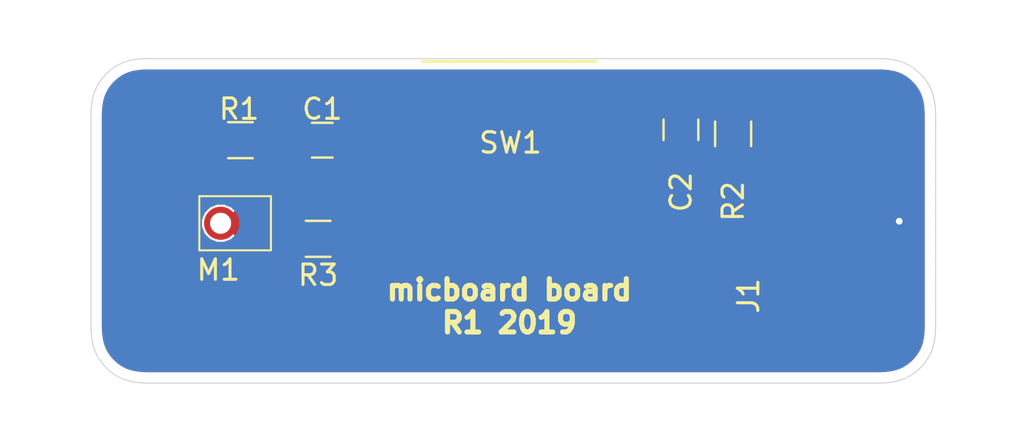
<source format=kicad_pcb>
(kicad_pcb (version 20171130) (host pcbnew "(5.0.2-4-gb601aea34)")
  (layers (0 F.Cu signal) (31 B.Cu signal) (34 B.Paste user) (35 F.Paste user) (36 B.SilkS user) (37 F.SilkS user) (38 B.Mask user) (39 F.Mask user) (44 Edge.Cuts user))
  (net 0 "")
  (net 1 "Net-(C1-Pad2)")
  (net 2 "Net-(C1-Pad1)")
  (net 3 "Net-(M1-Pad5)")
  (net 4 GND)
  (net 5 +5V)
  (module mic_switch:G3B15AH-R-YA (layer F.Cu) (at 154.432 90.424 270)
    (fp_text reference SW1 (at 0.127 -0.0508) (layer F.SilkS))
    (fp_text value SW_Push_SPDT)
    (fp_line (start -3.85 -4.2545) (end -3.85 4.2545) (layer F.SilkS) (width 0.15))
    (pad 4 smd rect (at -1.905 -4.8768 270) (size 1.0922 1.5494) (layers F.Cu F.Paste F.Mask) (net 4 GND))
    (pad 4 smd rect (at 1.905 -4.8768 270) (size 1.0922 1.5494) (layers F.Cu F.Paste F.Mask) (net 4 GND))
    (pad 4 smd rect (at -1.905 4.8768 270) (size 1.0922 1.5494) (layers F.Cu F.Paste F.Mask) (net 4 GND))
    (pad 3 smd rect (at 3.8481 -1.905 270) (size 1.7018 0.7112) (layers F.Cu F.Paste F.Mask))
    (pad 2 smd rect (at 3.8481 0.635 270) (size 1.7018 0.7112) (layers F.Cu F.Paste F.Mask) (net 4 GND))
    (pad 1 smd rect (at 3.8481 3.175 270) (size 1.7018 0.7112) (layers F.Cu F.Paste F.Mask) (net 2 "Net-(C1-Pad1)"))
    (pad 4 smd rect (at 1.905 4.8768 270) (size 1.0922 1.5494) (layers F.Cu F.Paste F.Mask) (net 4 GND))
  )
  (module mic_switch:SPH6611LR5H-1 (layer F.Cu) (at 140.32 94.488 270)
    (fp_text reference M1 (at 2.286 0.112) (layer F.SilkS))
    (fp_text value SPH6611LR5H-1)
    (fp_line (start -1.325 -2.46) (end 1.325 -2.46) (layer F.SilkS) (width 0.1))
    (fp_line (start 1.325 -2.46) (end 1.325 1.04) (layer F.SilkS) (width 0.1))
    (fp_line (start 1.325 1.04) (end -1.325 1.04) (layer F.SilkS) (width 0.1))
    (fp_line (start -1.325 1.04) (end -1.325 -2.46) (layer F.SilkS) (width 0.1))
    (pad 1 smd rect (at -0.8375 -2.074 270) (size 0.725 0.522) (layers F.Cu F.Paste F.Mask) (net 1 "Net-(C1-Pad2)"))
    (pad 2 smd rect (at -0.8375 -1.252 270) (size 0.725 0.522) (layers F.Cu F.Paste F.Mask) (net 4 GND))
    (pad 4 smd rect (at 0.8375 -1.252 270) (size 0.725 0.522) (layers F.Cu F.Paste F.Mask) (net 4 GND))
    (pad 5 smd rect (at 0.8375 -2.074 270) (size 0.725 0.522) (layers F.Cu F.Paste F.Mask) (net 3 "Net-(M1-Pad5)"))
    (pad 3 smd custom (at 0 -0.65 270) (size 0.25 0.25) (layers F.Cu F.Mask) (net 4 GND) (options (clearance outline) (anchor circle)) (primitives (gr_circle (center 0 0.65) (end 0.6625 0.65) (width 0.3))))
    (pad "" np_thru_hole circle (at 0 0 270) (size 0.8 0.8) (drill 0.8) (layers *.Cu *.Mask))
  )
  (module Capacitors_SMD:C_0805 (layer F.Cu) (at 145.288 90.424 180)
    (fp_text reference C1 (at 0 1.524) (layer F.SilkS))
    (fp_text value 0.12uF)
    (fp_line (start -0.5 0.85) (end 0.5 0.85) (layer F.SilkS) (width 0.12))
    (fp_line (start 0.5 -0.85) (end -0.5 -0.85) (layer F.SilkS) (width 0.12))
    (pad 2 smd rect (at 1 0 180) (size 1 1.25) (layers F.Cu F.Paste F.Mask) (net 1 "Net-(C1-Pad2)"))
    (pad 1 smd rect (at -1 0 180) (size 1 1.25) (layers F.Cu F.Paste F.Mask) (net 2 "Net-(C1-Pad1)"))
  )
  (module Capacitors_SMD:C_0805 (layer F.Cu) (at 162.814 89.916 90)
    (fp_text reference C2 (at -3.048 0 270) (layer F.SilkS))
    (fp_text value 150pF)
    (fp_line (start 0.5 -0.85) (end -0.5 -0.85) (layer F.SilkS) (width 0.12))
    (fp_line (start -0.5 0.85) (end 0.5 0.85) (layer F.SilkS) (width 0.12))
    (pad 1 smd rect (at -1 0 90) (size 1 1.25) (layers F.Cu F.Paste F.Mask) (net 2 "Net-(C1-Pad1)"))
    (pad 2 smd rect (at 1 0 90) (size 1 1.25) (layers F.Cu F.Paste F.Mask) (net 4 GND))
  )
  (module Resistors_SMD:R_0805 (layer F.Cu) (at 141.29 90.424 180)
    (fp_text reference R1 (at 0.066 1.524) (layer F.SilkS))
    (fp_text value 20k)
    (fp_line (start -0.6 -0.88) (end 0.6 -0.88) (layer F.SilkS) (width 0.12))
    (fp_line (start 0.6 0.88) (end -0.6 0.88) (layer F.SilkS) (width 0.12))
    (pad 2 smd rect (at 0.95 0 180) (size 0.7 1.3) (layers F.Cu F.Paste F.Mask) (net 4 GND))
    (pad 1 smd rect (at -0.95 0 180) (size 0.7 1.3) (layers F.Cu F.Paste F.Mask) (net 1 "Net-(C1-Pad2)"))
  )
  (module Resistors_SMD:R_0805 (layer F.Cu) (at 165.364 90.115 90)
    (fp_text reference R2 (at -3.302 0 270) (layer F.SilkS))
    (fp_text value 100k)
    (fp_line (start 0.6 0.88) (end -0.6 0.88) (layer F.SilkS) (width 0.12))
    (fp_line (start -0.6 -0.88) (end 0.6 -0.88) (layer F.SilkS) (width 0.12))
    (pad 1 smd rect (at -0.95 0 90) (size 0.7 1.3) (layers F.Cu F.Paste F.Mask) (net 2 "Net-(C1-Pad1)"))
    (pad 2 smd rect (at 0.95 0 90) (size 0.7 1.3) (layers F.Cu F.Paste F.Mask) (net 4 GND))
  )
  (module Resistors_SMD:R_0805 (layer F.Cu) (at 145.085 95.25 180)
    (fp_text reference R3 (at 0 -1.778) (layer F.SilkS))
    (fp_text value 20k)
    (fp_line (start -0.6 -0.88) (end 0.6 -0.88) (layer F.SilkS) (width 0.12))
    (fp_line (start 0.6 0.88) (end -0.6 0.88) (layer F.SilkS) (width 0.12))
    (pad 2 smd rect (at 0.95 0 180) (size 0.7 1.3) (layers F.Cu F.Paste F.Mask) (net 3 "Net-(M1-Pad5)"))
    (pad 1 smd rect (at -0.95 0 180) (size 0.7 1.3) (layers F.Cu F.Paste F.Mask) (net 5 +5V))
  )
  (module mic_switch:SMT-CON (layer F.Cu) (at 169.926 94.234)
    (fp_text reference J1 (at -3.81 3.81 90) (layer F.SilkS))
    (fp_text value Conn_01x03)
    (pad 3 smd rect (at 0 -3.5) (size 5 3) (layers F.Cu F.Mask) (net 2 "Net-(C1-Pad1)"))
    (pad 2 smd rect (at 0 0) (size 5 3) (layers F.Cu F.Mask) (net 5 +5V))
    (pad 1 smd rect (at 0 3.5) (size 5 3) (layers F.Cu F.Mask) (net 4 GND))
  )
  (module mic_switch:art.r1 (layer B.Cu) (at 161.29 94.388 270)
    (fp_text reference G*** hide)
    (fp_text value LOGO hide)
  )
  (gr_line (start 175.26 98.055316) (end 175.26 98.420582) (layer Edge.Cuts) (width 0.05))
  (gr_line (start 175.26 97.587501) (end 175.26 98.055316) (layer Edge.Cuts) (width 0.05))
  (gr_line (start 175.26 97.006792) (end 175.26 97.587501) (layer Edge.Cuts) (width 0.05))
  (gr_line (start 175.26 96.331068) (end 175.26 97.006792) (layer Edge.Cuts) (width 0.05))
  (gr_line (start 175.26 95.587169) (end 175.26 96.331068) (layer Edge.Cuts) (width 0.05))
  (gr_line (start 175.26 94.801934) (end 175.26 95.587169) (layer Edge.Cuts) (width 0.05))
  (gr_line (start 134.238208 87.873991) (end 134.329954 87.699381) (layer Edge.Cuts) (width 0.05))
  (gr_line (start 134.163718 88.052961) (end 134.238208 87.873991) (layer Edge.Cuts) (width 0.05))
  (gr_line (start 134.105487 88.233751) (end 134.163718 88.052961) (layer Edge.Cuts) (width 0.05))
  (gr_line (start 134.061517 88.413425) (end 134.105487 88.233751) (layer Edge.Cuts) (width 0.05))
  (gr_line (start 134.029803 88.589043) (end 134.061517 88.413425) (layer Edge.Cuts) (width 0.05))
  (gr_line (start 134.008345 88.757668) (end 134.029803 88.589043) (layer Edge.Cuts) (width 0.05))
  (gr_line (start 133.995138 88.916362) (end 134.008345 88.757668) (layer Edge.Cuts) (width 0.05))
  (gr_line (start 133.988181 89.062185) (end 133.995138 88.916362) (layer Edge.Cuts) (width 0.05))
  (gr_line (start 133.985469 89.192199) (end 133.988181 89.062185) (layer Edge.Cuts) (width 0.05))
  (gr_line (start 133.985001 89.303466) (end 133.985469 89.192199) (layer Edge.Cuts) (width 0.05))
  (gr_line (start 133.985 89.395186) (end 133.985001 89.303466) (layer Edge.Cuts) (width 0.05))
  (gr_line (start 133.985 89.478858) (end 133.985 89.395186) (layer Edge.Cuts) (width 0.05))
  (gr_line (start 133.985 89.570366) (end 133.985 89.478858) (layer Edge.Cuts) (width 0.05))
  (gr_line (start 133.985 89.685604) (end 133.985 89.570366) (layer Edge.Cuts) (width 0.05))
  (gr_line (start 133.985 89.840461) (end 133.985 89.685604) (layer Edge.Cuts) (width 0.05))
  (gr_line (start 133.985 90.050828) (end 133.985 89.840461) (layer Edge.Cuts) (width 0.05))
  (gr_line (start 133.985 90.332598) (end 133.985 90.050828) (layer Edge.Cuts) (width 0.05))
  (gr_line (start 133.985 90.701661) (end 133.985 90.332598) (layer Edge.Cuts) (width 0.05))
  (gr_line (start 133.985 91.173909) (end 133.985 90.701661) (layer Edge.Cuts) (width 0.05))
  (gr_line (start 175.26 98.907033) (end 175.26 99.06) (layer Edge.Cuts) (width 0.05))
  (gr_line (start 175.26 98.69919) (end 175.26 98.907033) (layer Edge.Cuts) (width 0.05))
  (gr_line (start 175.26 98.420582) (end 175.26 98.69919) (layer Edge.Cuts) (width 0.05))
  (gr_line (start 172.237607 102.307669) (end 172.085754 102.307669) (layer Edge.Cuts) (width 0.05))
  (gr_line (start 172.339146 102.307669) (end 172.237607 102.307669) (layer Edge.Cuts) (width 0.05))
  (gr_line (start 172.440086 102.307597) (end 172.339146 102.307669) (layer Edge.Cuts) (width 0.05))
  (gr_line (start 172.560719 102.306302) (end 172.440086 102.307597) (layer Edge.Cuts) (width 0.05))
  (gr_line (start 172.698688 102.301802) (end 172.560719 102.306302) (layer Edge.Cuts) (width 0.05))
  (gr_line (start 154.56377 102.307669) (end 151.644658 102.307669) (layer Edge.Cuts) (width 0.05))
  (gr_line (start 157.484851 102.307669) (end 154.56377 102.307669) (layer Edge.Cuts) (width 0.05))
  (gr_line (start 160.309482 102.307669) (end 157.484851 102.307669) (layer Edge.Cuts) (width 0.05))
  (gr_line (start 162.939247 102.307669) (end 160.309482 102.307669) (layer Edge.Cuts) (width 0.05))
  (gr_line (start 165.275729 102.307669) (end 162.939247 102.307669) (layer Edge.Cuts) (width 0.05))
  (gr_line (start 167.224026 102.307669) (end 165.275729 102.307669) (layer Edge.Cuts) (width 0.05))
  (gr_line (start 134.559981 87.369741) (end 134.695192 87.217781) (layer Edge.Cuts) (width 0.05))
  (gr_line (start 134.437723 87.530786) (end 134.559981 87.369741) (layer Edge.Cuts) (width 0.05))
  (gr_line (start 134.329954 87.699381) (end 134.437723 87.530786) (layer Edge.Cuts) (width 0.05))
  (gr_line (start 168.763022 102.307669) (end 167.224026 102.307669) (layer Edge.Cuts) (width 0.05))
  (gr_line (start 169.941629 102.307669) (end 168.763022 102.307669) (layer Edge.Cuts) (width 0.05))
  (gr_line (start 170.811526 102.307669) (end 169.941629 102.307669) (layer Edge.Cuts) (width 0.05))
  (gr_line (start 171.424394 102.307669) (end 170.811526 102.307669) (layer Edge.Cuts) (width 0.05))
  (gr_line (start 171.83191 102.307669) (end 171.424394 102.307669) (layer Edge.Cuts) (width 0.05))
  (gr_line (start 172.085754 102.307669) (end 171.83191 102.307669) (layer Edge.Cuts) (width 0.05))
  (gr_line (start 175.249467 88.910241) (end 175.256636 89.056636) (layer Edge.Cuts) (width 0.05))
  (gr_line (start 175.235969 88.751094) (end 175.249467 88.910241) (layer Edge.Cuts) (width 0.05))
  (gr_line (start 175.214139 88.582133) (end 175.235969 88.751094) (layer Edge.Cuts) (width 0.05))
  (gr_line (start 175.181974 88.406296) (end 175.214139 88.582133) (layer Edge.Cuts) (width 0.05))
  (gr_line (start 175.137471 88.226521) (end 175.181974 88.406296) (layer Edge.Cuts) (width 0.05))
  (gr_line (start 175.078628 88.045748) (end 175.137471 88.226521) (layer Edge.Cuts) (width 0.05))
  (gr_line (start 175.00345 87.866911) (end 175.078628 88.045748) (layer Edge.Cuts) (width 0.05))
  (gr_line (start 174.911033 87.692512) (end 175.00345 87.866911) (layer Edge.Cuts) (width 0.05))
  (gr_line (start 174.802655 87.524189) (end 174.911033 87.692512) (layer Edge.Cuts) (width 0.05))
  (gr_line (start 174.679849 87.363478) (end 174.802655 87.524189) (layer Edge.Cuts) (width 0.05))
  (gr_line (start 174.544152 87.211913) (end 174.679849 87.363478) (layer Edge.Cuts) (width 0.05))
  (gr_line (start 174.397098 87.07103) (end 174.544152 87.211913) (layer Edge.Cuts) (width 0.05))
  (gr_line (start 174.240222 86.942362) (end 174.397098 87.07103) (layer Edge.Cuts) (width 0.05))
  (gr_line (start 137.800707 86.432669) (end 138.404368 86.432669) (layer Edge.Cuts) (width 0.05))
  (gr_line (start 137.40033 86.432669) (end 137.800707 86.432669) (layer Edge.Cuts) (width 0.05))
  (gr_line (start 137.151558 86.432669) (end 137.40033 86.432669) (layer Edge.Cuts) (width 0.05))
  (gr_line (start 137.00271 86.432669) (end 137.151558 86.432669) (layer Edge.Cuts) (width 0.05))
  (gr_line (start 136.902108 86.432669) (end 137.00271 86.432669) (layer Edge.Cuts) (width 0.05))
  (gr_line (start 174.075059 86.827447) (end 174.240222 86.942362) (layer Edge.Cuts) (width 0.05))
  (gr_line (start 173.903145 86.727818) (end 174.075059 86.827447) (layer Edge.Cuts) (width 0.05))
  (gr_line (start 173.726021 86.644992) (end 173.903145 86.727818) (layer Edge.Cuts) (width 0.05))
  (gr_line (start 173.545739 86.579204) (end 173.726021 86.644992) (layer Edge.Cuts) (width 0.05))
  (gr_line (start 172.339146 86.432669) (end 172.440086 86.432742) (layer Edge.Cuts) (width 0.05))
  (gr_line (start 172.237607 86.432669) (end 172.339146 86.432669) (layer Edge.Cuts) (width 0.05))
  (gr_line (start 172.085754 86.432669) (end 172.237607 86.432669) (layer Edge.Cuts) (width 0.05))
  (gr_line (start 171.83191 86.432669) (end 172.085754 86.432669) (layer Edge.Cuts) (width 0.05))
  (gr_line (start 171.424394 86.432669) (end 171.83191 86.432669) (layer Edge.Cuts) (width 0.05))
  (gr_line (start 170.811526 86.432669) (end 171.424394 86.432669) (layer Edge.Cuts) (width 0.05))
  (gr_line (start 169.941629 86.432669) (end 170.811526 86.432669) (layer Edge.Cuts) (width 0.05))
  (gr_line (start 168.763022 86.432669) (end 169.941629 86.432669) (layer Edge.Cuts) (width 0.05))
  (gr_line (start 167.224026 86.432669) (end 168.763022 86.432669) (layer Edge.Cuts) (width 0.05))
  (gr_line (start 165.275729 86.432669) (end 167.224026 86.432669) (layer Edge.Cuts) (width 0.05))
  (gr_line (start 162.939247 86.432669) (end 165.275729 86.432669) (layer Edge.Cuts) (width 0.05))
  (gr_line (start 160.309482 86.432669) (end 162.939247 86.432669) (layer Edge.Cuts) (width 0.05))
  (gr_line (start 157.484851 86.432669) (end 160.309482 86.432669) (layer Edge.Cuts) (width 0.05))
  (gr_line (start 136.800459 86.432757) (end 136.902108 86.432669) (layer Edge.Cuts) (width 0.05))
  (gr_line (start 136.679076 86.434142) (end 136.800459 86.432757) (layer Edge.Cuts) (width 0.05))
  (gr_line (start 136.540475 86.438811) (end 136.679076 86.434142) (layer Edge.Cuts) (width 0.05))
  (gr_line (start 136.387592 86.448769) (end 136.540475 86.438811) (layer Edge.Cuts) (width 0.05))
  (gr_line (start 136.223368 86.466016) (end 136.387592 86.448769) (layer Edge.Cuts) (width 0.05))
  (gr_line (start 136.050739 86.492557) (end 136.223368 86.466016) (layer Edge.Cuts) (width 0.05))
  (gr_line (start 135.872646 86.530394) (end 136.050739 86.492557) (layer Edge.Cuts) (width 0.05))
  (gr_line (start 143.883305 86.432669) (end 146.206008 86.432669) (layer Edge.Cuts) (width 0.05))
  (gr_line (start 141.951847 86.432669) (end 143.883305 86.432669) (layer Edge.Cuts) (width 0.05))
  (gr_line (start 140.428258 86.432669) (end 141.951847 86.432669) (layer Edge.Cuts) (width 0.05))
  (gr_line (start 139.262992 86.432669) (end 140.428258 86.432669) (layer Edge.Cuts) (width 0.05))
  (gr_line (start 138.404368 86.432669) (end 139.262992 86.432669) (layer Edge.Cuts) (width 0.05))
  (gr_line (start 133.985 91.758931) (end 133.985 91.173909) (layer Edge.Cuts) (width 0.05))
  (gr_line (start 133.985 92.437896) (end 133.985 91.758931) (layer Edge.Cuts) (width 0.05))
  (gr_line (start 133.985 93.183964) (end 133.985 92.437896) (layer Edge.Cuts) (width 0.05))
  (gr_line (start 133.985 93.970294) (end 133.985 93.183964) (layer Edge.Cuts) (width 0.05))
  (gr_line (start 133.985 94.770045) (end 133.985 93.970294) (layer Edge.Cuts) (width 0.05))
  (gr_line (start 133.985 95.556375) (end 133.985 94.770045) (layer Edge.Cuts) (width 0.05))
  (gr_line (start 133.985 96.302443) (end 133.985 95.556375) (layer Edge.Cuts) (width 0.05))
  (gr_line (start 133.985 96.981408) (end 133.985 96.302443) (layer Edge.Cuts) (width 0.05))
  (gr_line (start 133.985 97.56643) (end 133.985 96.981408) (layer Edge.Cuts) (width 0.05))
  (gr_line (start 133.985 98.038678) (end 133.985 97.56643) (layer Edge.Cuts) (width 0.05))
  (gr_line (start 133.985 98.407741) (end 133.985 98.038678) (layer Edge.Cuts) (width 0.05))
  (gr_line (start 133.985 98.689511) (end 133.985 98.407741) (layer Edge.Cuts) (width 0.05))
  (gr_line (start 133.985 98.899878) (end 133.985 98.689511) (layer Edge.Cuts) (width 0.05))
  (gr_line (start 133.985 99.054735) (end 133.985 98.899878) (layer Edge.Cuts) (width 0.05))
  (gr_line (start 133.985 99.169972) (end 133.985 99.054735) (layer Edge.Cuts) (width 0.05))
  (gr_line (start 133.985 99.261481) (end 133.985 99.169972) (layer Edge.Cuts) (width 0.05))
  (gr_line (start 133.985 99.345153) (end 133.985 99.261481) (layer Edge.Cuts) (width 0.05))
  (gr_line (start 133.985001 99.436873) (end 133.985 99.345153) (layer Edge.Cuts) (width 0.05))
  (gr_line (start 133.985469 99.54814) (end 133.985001 99.436873) (layer Edge.Cuts) (width 0.05))
  (gr_line (start 133.988181 99.678154) (end 133.985469 99.54814) (layer Edge.Cuts) (width 0.05))
  (gr_line (start 133.995138 99.823977) (end 133.988181 99.678154) (layer Edge.Cuts) (width 0.05))
  (gr_line (start 134.008345 99.98267) (end 133.995138 99.823977) (layer Edge.Cuts) (width 0.05))
  (gr_line (start 134.029803 100.151296) (end 134.008345 99.98267) (layer Edge.Cuts) (width 0.05))
  (gr_line (start 134.061517 100.326914) (end 134.029803 100.151296) (layer Edge.Cuts) (width 0.05))
  (gr_line (start 134.105487 100.506588) (end 134.061517 100.326914) (layer Edge.Cuts) (width 0.05))
  (gr_line (start 134.163718 100.687378) (end 134.105487 100.506588) (layer Edge.Cuts) (width 0.05))
  (gr_line (start 134.238208 100.866347) (end 134.163718 100.687378) (layer Edge.Cuts) (width 0.05))
  (gr_line (start 134.329954 101.040957) (end 134.238208 100.866347) (layer Edge.Cuts) (width 0.05))
  (gr_line (start 134.437723 101.209552) (end 134.329954 101.040957) (layer Edge.Cuts) (width 0.05))
  (gr_line (start 134.559981 101.370598) (end 134.437723 101.209552) (layer Edge.Cuts) (width 0.05))
  (gr_line (start 134.695192 101.522558) (end 134.559981 101.370598) (layer Edge.Cuts) (width 0.05))
  (gr_line (start 134.841822 101.663898) (end 134.695192 101.522558) (layer Edge.Cuts) (width 0.05))
  (gr_line (start 134.998334 101.793083) (end 134.841822 101.663898) (layer Edge.Cuts) (width 0.05))
  (gr_line (start 135.163195 101.908579) (end 134.998334 101.793083) (layer Edge.Cuts) (width 0.05))
  (gr_line (start 135.334869 102.008848) (end 135.163195 101.908579) (layer Edge.Cuts) (width 0.05))
  (gr_line (start 135.511815 102.092371) (end 135.334869 102.008848) (layer Edge.Cuts) (width 0.05))
  (gr_line (start 135.692025 102.158809) (end 135.511815 102.092371) (layer Edge.Cuts) (width 0.05))
  (gr_line (start 135.872646 102.209945) (end 135.692025 102.158809) (layer Edge.Cuts) (width 0.05))
  (gr_line (start 136.050739 102.247782) (end 135.872646 102.209945) (layer Edge.Cuts) (width 0.05))
  (gr_line (start 136.223368 102.274323) (end 136.050739 102.247782) (layer Edge.Cuts) (width 0.05))
  (gr_line (start 136.387592 102.29157) (end 136.223368 102.274323) (layer Edge.Cuts) (width 0.05))
  (gr_line (start 136.540475 102.301527) (end 136.387592 102.29157) (layer Edge.Cuts) (width 0.05))
  (gr_line (start 136.679076 102.306197) (end 136.540475 102.301527) (layer Edge.Cuts) (width 0.05))
  (gr_line (start 136.800459 102.307582) (end 136.679076 102.306197) (layer Edge.Cuts) (width 0.05))
  (gr_line (start 174.679849 101.376861) (end 174.544152 101.528426) (layer Edge.Cuts) (width 0.05))
  (gr_line (start 174.802655 101.216149) (end 174.679849 101.376861) (layer Edge.Cuts) (width 0.05))
  (gr_line (start 174.911033 101.047827) (end 174.802655 101.216149) (layer Edge.Cuts) (width 0.05))
  (gr_line (start 175.00345 100.873428) (end 174.911033 101.047827) (layer Edge.Cuts) (width 0.05))
  (gr_line (start 175.078628 100.694591) (end 175.00345 100.873428) (layer Edge.Cuts) (width 0.05))
  (gr_line (start 175.137471 100.513817) (end 175.078628 100.694591) (layer Edge.Cuts) (width 0.05))
  (gr_line (start 175.26 94.002205) (end 175.26 94.801934) (layer Edge.Cuts) (width 0.05))
  (gr_line (start 175.26 93.214823) (end 175.26 94.002205) (layer Edge.Cuts) (width 0.05))
  (gr_line (start 175.26 92.466629) (end 175.26 93.214823) (layer Edge.Cuts) (width 0.05))
  (gr_line (start 175.26 91.784464) (end 175.26 92.466629) (layer Edge.Cuts) (width 0.05))
  (gr_line (start 175.26 91.195169) (end 175.26 91.784464) (layer Edge.Cuts) (width 0.05))
  (gr_line (start 175.249467 99.830097) (end 175.235969 99.989244) (layer Edge.Cuts) (width 0.05))
  (gr_line (start 175.256636 99.683703) (end 175.249467 99.830097) (layer Edge.Cuts) (width 0.05))
  (gr_line (start 175.259479 99.553) (end 175.256636 99.683703) (layer Edge.Cuts) (width 0.05))
  (gr_line (start 175.259999 99.440927) (end 175.259479 99.553) (layer Edge.Cuts) (width 0.05))
  (gr_line (start 174.240222 101.797976) (end 174.075059 101.912892) (layer Edge.Cuts) (width 0.05))
  (gr_line (start 174.397098 101.669309) (end 174.240222 101.797976) (layer Edge.Cuts) (width 0.05))
  (gr_line (start 174.544152 101.528426) (end 174.397098 101.669309) (layer Edge.Cuts) (width 0.05))
  (gr_line (start 175.26 89.390452) (end 175.26 89.461532) (layer Edge.Cuts) (width 0.05))
  (gr_line (start 175.259999 89.299412) (end 175.26 89.390452) (layer Edge.Cuts) (width 0.05))
  (gr_line (start 175.259479 89.187339) (end 175.259999 89.299412) (layer Edge.Cuts) (width 0.05))
  (gr_line (start 175.256636 89.056636) (end 175.259479 89.187339) (layer Edge.Cuts) (width 0.05))
  (gr_line (start 154.56377 86.432669) (end 157.484851 86.432669) (layer Edge.Cuts) (width 0.05))
  (gr_line (start 151.644658 86.432669) (end 154.56377 86.432669) (layer Edge.Cuts) (width 0.05))
  (gr_line (start 148.825931 86.432669) (end 151.644658 86.432669) (layer Edge.Cuts) (width 0.05))
  (gr_line (start 146.206008 86.432669) (end 148.825931 86.432669) (layer Edge.Cuts) (width 0.05))
  (gr_line (start 136.902108 102.307669) (end 136.800459 102.307582) (layer Edge.Cuts) (width 0.05))
  (gr_line (start 137.00271 102.307669) (end 136.902108 102.307669) (layer Edge.Cuts) (width 0.05))
  (gr_line (start 137.151558 102.307669) (end 137.00271 102.307669) (layer Edge.Cuts) (width 0.05))
  (gr_line (start 137.40033 102.307669) (end 137.151558 102.307669) (layer Edge.Cuts) (width 0.05))
  (gr_line (start 137.800707 102.307669) (end 137.40033 102.307669) (layer Edge.Cuts) (width 0.05))
  (gr_line (start 138.404368 102.307669) (end 137.800707 102.307669) (layer Edge.Cuts) (width 0.05))
  (gr_line (start 139.262992 102.307669) (end 138.404368 102.307669) (layer Edge.Cuts) (width 0.05))
  (gr_line (start 140.428258 102.307669) (end 139.262992 102.307669) (layer Edge.Cuts) (width 0.05))
  (gr_line (start 141.951847 102.307669) (end 140.428258 102.307669) (layer Edge.Cuts) (width 0.05))
  (gr_line (start 143.883305 102.307669) (end 141.951847 102.307669) (layer Edge.Cuts) (width 0.05))
  (gr_line (start 146.206008 102.307669) (end 143.883305 102.307669) (layer Edge.Cuts) (width 0.05))
  (gr_line (start 148.825931 102.307669) (end 146.206008 102.307669) (layer Edge.Cuts) (width 0.05))
  (gr_line (start 151.644658 102.307669) (end 148.825931 102.307669) (layer Edge.Cuts) (width 0.05))
  (gr_line (start 175.26 89.607151) (end 175.26 89.607669) (layer Edge.Cuts) (width 0.05))
  (gr_line (start 175.26 89.603964) (end 175.26 89.607151) (layer Edge.Cuts) (width 0.05))
  (gr_line (start 175.26 89.595638) (end 175.26 89.603964) (layer Edge.Cuts) (width 0.05))
  (gr_line (start 175.26 89.579703) (end 175.26 89.595638) (layer Edge.Cuts) (width 0.05))
  (gr_line (start 175.26 89.553687) (end 175.26 89.579703) (layer Edge.Cuts) (width 0.05))
  (gr_line (start 175.26 89.51512) (end 175.26 89.553687) (layer Edge.Cuts) (width 0.05))
  (gr_line (start 175.26 89.461532) (end 175.26 89.51512) (layer Edge.Cuts) (width 0.05))
  (gr_line (start 175.181974 100.334043) (end 175.137471 100.513817) (layer Edge.Cuts) (width 0.05))
  (gr_line (start 175.214139 100.158206) (end 175.181974 100.334043) (layer Edge.Cuts) (width 0.05))
  (gr_line (start 175.235969 99.989244) (end 175.214139 100.158206) (layer Edge.Cuts) (width 0.05))
  (gr_line (start 135.692025 86.58153) (end 135.872646 86.530394) (layer Edge.Cuts) (width 0.05))
  (gr_line (start 135.511815 86.647968) (end 135.692025 86.58153) (layer Edge.Cuts) (width 0.05))
  (gr_line (start 135.334869 86.73149) (end 135.511815 86.647968) (layer Edge.Cuts) (width 0.05))
  (gr_line (start 135.163195 86.83176) (end 135.334869 86.73149) (layer Edge.Cuts) (width 0.05))
  (gr_line (start 134.998334 86.947255) (end 135.163195 86.83176) (layer Edge.Cuts) (width 0.05))
  (gr_line (start 134.841822 87.076441) (end 134.998334 86.947255) (layer Edge.Cuts) (width 0.05))
  (gr_line (start 134.695192 87.217781) (end 134.841822 87.076441) (layer Edge.Cuts) (width 0.05))
  (gr_line (start 175.26 90.07174) (end 175.26 90.348873) (layer Edge.Cuts) (width 0.05))
  (gr_line (start 175.26 89.874057) (end 175.26 90.07174) (layer Edge.Cuts) (width 0.05))
  (gr_line (start 175.26 89.742403) (end 175.26 89.874057) (layer Edge.Cuts) (width 0.05))
  (gr_line (start 175.26 89.663358) (end 175.26 89.742403) (layer Edge.Cuts) (width 0.05))
  (gr_line (start 175.26 89.623501) (end 175.26 89.663358) (layer Edge.Cuts) (width 0.05))
  (gr_line (start 175.26 89.609411) (end 175.26 89.623501) (layer Edge.Cuts) (width 0.05))
  (gr_line (start 175.26 89.607669) (end 175.26 89.609411) (layer Edge.Cuts) (width 0.05))
  (gr_line (start 172.851055 102.292095) (end 172.698688 102.301802) (layer Edge.Cuts) (width 0.05))
  (gr_line (start 173.014883 102.275178) (end 172.851055 102.292095) (layer Edge.Cuts) (width 0.05))
  (gr_line (start 173.187231 102.249047) (end 173.014883 102.275178) (layer Edge.Cuts) (width 0.05))
  (gr_line (start 173.365163 102.2117) (end 173.187231 102.249047) (layer Edge.Cuts) (width 0.05))
  (gr_line (start 173.545739 102.161135) (end 173.365163 102.2117) (layer Edge.Cuts) (width 0.05))
  (gr_line (start 173.726021 102.095347) (end 173.545739 102.161135) (layer Edge.Cuts) (width 0.05))
  (gr_line (start 173.903145 102.012521) (end 173.726021 102.095347) (layer Edge.Cuts) (width 0.05))
  (gr_line (start 174.075059 101.912892) (end 173.903145 102.012521) (layer Edge.Cuts) (width 0.05))
  (gr_line (start 173.365163 86.528639) (end 173.545739 86.579204) (layer Edge.Cuts) (width 0.05))
  (gr_line (start 173.187231 86.491292) (end 173.365163 86.528639) (layer Edge.Cuts) (width 0.05))
  (gr_line (start 173.014883 86.465161) (end 173.187231 86.491292) (layer Edge.Cuts) (width 0.05))
  (gr_line (start 172.851055 86.448244) (end 173.014883 86.465161) (layer Edge.Cuts) (width 0.05))
  (gr_line (start 172.698688 86.438536) (end 172.851055 86.448244) (layer Edge.Cuts) (width 0.05))
  (gr_line (start 172.560719 86.434037) (end 172.698688 86.438536) (layer Edge.Cuts) (width 0.05))
  (gr_line (start 172.440086 86.432742) (end 172.560719 86.434037) (layer Edge.Cuts) (width 0.05))
  (gr_line (start 175.26 90.718876) (end 175.26 91.195169) (layer Edge.Cuts) (width 0.05))
  (gr_line (start 175.26 90.348873) (end 175.26 90.718876) (layer Edge.Cuts) (width 0.05))
  (gr_line (start 175.26 99.348561) (end 175.259999 99.440927) (layer Edge.Cuts) (width 0.05))
  (gr_line (start 175.26 99.264873) (end 175.26 99.348561) (layer Edge.Cuts) (width 0.05))
  (gr_line (start 175.26 99.173983) (end 175.26 99.264873) (layer Edge.Cuts) (width 0.05))
  (gr_line (start 175.26 99.06) (end 175.26 99.173983) (layer Edge.Cuts) (width 0.05))
  (gr_text "micboard board\nR1 2019" (at 154.432 98.552) (layer F.SilkS) (effects (font (size 1 1) (thickness 0.25))))
  (segment (start 144.288 90.424) (end 142.24 90.424) (width 0.4572) (layer F.Cu) (net 1))
  (segment (start 142.394 90.578) (end 142.24 90.424) (width 0.4572) (layer F.Cu) (net 1))
  (segment (start 142.394 93.6505) (end 142.394 90.578) (width 0.4572) (layer F.Cu) (net 1))
  (segment (start 169.595 91.065) (end 169.926 90.734) (width 0.4572) (layer F.Cu) (net 2))
  (segment (start 165.364 91.065) (end 169.595 91.065) (width 0.4572) (layer F.Cu) (net 2))
  (segment (start 162.963 91.065) (end 162.814 90.916) (width 0.4572) (layer F.Cu) (net 2))
  (segment (start 165.364 91.065) (end 162.963 91.065) (width 0.4572) (layer F.Cu) (net 2))
  (segment (start 146.78 90.916) (end 146.288 90.424) (width 0.4572) (layer F.Cu) (net 2))
  (segment (start 151.257 91.043) (end 151.13 90.916) (width 0.4572) (layer F.Cu) (net 2))
  (segment (start 151.13 90.916) (end 146.78 90.916) (width 0.4572) (layer F.Cu) (net 2))
  (segment (start 151.257 94.2721) (end 151.257 91.043) (width 0.4572) (layer F.Cu) (net 2))
  (segment (start 162.814 90.916) (end 151.13 90.916) (width 0.4572) (layer F.Cu) (net 2))
  (segment (start 144.0595 95.3255) (end 144.135 95.25) (width 0.4572) (layer F.Cu) (net 3))
  (segment (start 142.394 95.3255) (end 144.0595 95.3255) (width 0.4572) (layer F.Cu) (net 3))
  (via (at 173.482 94.388) (size 0.6858) (drill 0.3302) (layers F.Cu B.Cu) (net 4))
  (segment (start 141.56362 95.3255) (end 141.572 95.3255) (width 0.4572) (layer F.Cu) (net 4))
  (segment (start 141.56362 93.6505) (end 141.101001 94.113119) (width 0.4572) (layer F.Cu) (net 4))
  (segment (start 141.101001 94.862881) (end 141.56362 95.3255) (width 0.4572) (layer F.Cu) (net 4))
  (segment (start 141.101001 94.113119) (end 141.101001 94.862881) (width 0.4572) (layer F.Cu) (net 4))
  (segment (start 141.572 93.6505) (end 141.56362 93.6505) (width 0.4572) (layer F.Cu) (net 4))
  (segment (start 148.59 95.25) (end 146.035 95.25) (width 0.4572) (layer F.Cu) (net 5))
  (segment (start 152.4 95.504) (end 151.638 96.266) (width 0.4572) (layer F.Cu) (net 5))
  (segment (start 152.4 93.218) (end 152.4 95.504) (width 0.4572) (layer F.Cu) (net 5))
  (segment (start 156.718 92.456) (end 153.162 92.456) (width 0.4572) (layer F.Cu) (net 5))
  (segment (start 149.606 96.266) (end 148.59 95.25) (width 0.4572) (layer F.Cu) (net 5))
  (segment (start 153.162 92.456) (end 152.4 93.218) (width 0.4572) (layer F.Cu) (net 5))
  (segment (start 158.496 94.234) (end 156.718 92.456) (width 0.4572) (layer F.Cu) (net 5))
  (segment (start 151.638 96.266) (end 149.606 96.266) (width 0.4572) (layer F.Cu) (net 5))
  (segment (start 169.926 94.234) (end 158.496 94.234) (width 0.4572) (layer F.Cu) (net 5))
  (zone (net 4) (net_name GND) (layer F.Cu) (connect_pads (clearance 0.508)) (min_thickness 0.254) (fill yes (arc_segments 16) (thermal_gap 0.508) (thermal_bridge_width 0.508))
    (polygon (pts (xy 129.54 83.566) (xy 179.578 83.566) (xy 179.578 104.648) (xy 129.54 104.648)))
  )
  (zone (net 4) (net_name GND) (layer B.Cu) (connect_pads (clearance 0.508)) (min_thickness 0.254) (fill yes (arc_segments 16) (thermal_gap 0.508) (thermal_bridge_width 0.508))
    (polygon (pts (xy 129.54 83.566) (xy 179.578 83.566) (xy 179.578 104.648) (xy 129.54 104.648)))
  )
)
</source>
